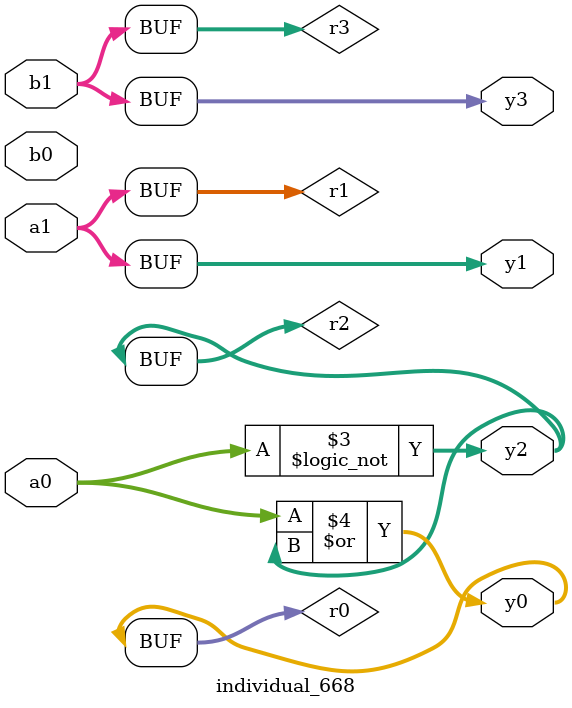
<source format=sv>
module individual_668(input logic [15:0] a1, input logic [15:0] a0, input logic [15:0] b1, input logic [15:0] b0, output logic [15:0] y3, output logic [15:0] y2, output logic [15:0] y1, output logic [15:0] y0);
logic [15:0] r0, r1, r2, r3; 
 always@(*) begin 
	 r0 = a0; r1 = a1; r2 = b0; r3 = b1; 
 	 r2  ^=  a0 ;
 	 r2 = ! r0 ;
 	 r0  |=  r2 ;
 	 y3 = r3; y2 = r2; y1 = r1; y0 = r0; 
end
endmodule
</source>
